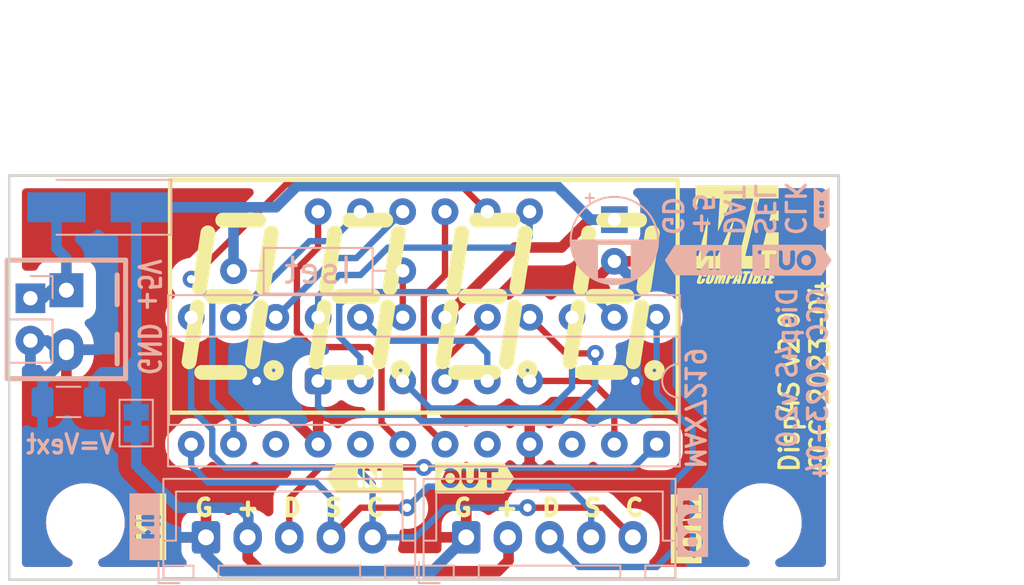
<source format=kicad_pcb>
(kicad_pcb (version 20211014) (generator pcbnew)
  (title_block (title "FSP-M10 AutoPilot") (rev "v1.0"))
  (layers (0 "F.Cu" signal "Rame.Fronte") (31 "B.Cu" signal "Rame.Retro") (34 "B.Paste" user) (35 "F.Paste" user) (36 "B.SilkS" user "B.Silkscreen") (37 "F.SilkS" user "F.Silkscreen") (38 "B.Mask" user) (39 "F.Mask" user) (44 "Edge.Cuts" user))
  (net 0 "")
  (net 1 "/5V")
  (net 2 "/K01")
  (net 3 "/K02")
  (net 4 "/K03")
  (net 5 "/K04")
  (net 6 "/K05")
  (net 7 "/K06")
  (net 8 "/S0A")
  (net 9 "/S0B")
  (net 10 "/S0C")
  (net 11 "/S0D")
  (net 12 "/S0E")
  (net 13 "/S0F")
  (net 14 "/S0G")
  (net 15 "/S0dp")
  (net 16 "GND")
  (net 17 "Net-(D1-Pad2)")
  (net 18 "/K07")
  (net 19 "Net-(IC1-Pad18)")
  (net 20 "/K08")
  (net 21 "/Din")
  (net 22 "/Sel")
  (net 23 "/Clk")
  (net 24 "/DOut")
  (footprint "MountingHole:MountingHole_3.2mm_M3" (layer "F.Cu") (at 86.359998 48.895001 180)
    (fp_text reference "H1" hide)
    (fp_text value "CONN_1" hide)
    (pad "" np_thru_hole circle locked (at 0 0 180) (size 3.2 3.2) (drill 3.2) (layers *.Cu *.Mask))
  )
  (footprint "MountingHole:MountingHole_3.2mm_M3" (layer "F.Cu") (at 45.719998 48.895001 180)
    (fp_text reference "H2" hide)
    (fp_text value "CONN_1" hide)
    (pad "" np_thru_hole circle locked (at 0 0 180) (size 3.2 3.2) (drill 3.2) (layers *.Cu *.Mask))
  )
  (footprint "GCC_Display:Disp7s4x_036" (layer "F.Cu") (at 66.035 35.316)
    (fp_text reference "DP1" hide)
    (fp_text value "LEDDSP6_CK" hide)
    (pad "1" thru_hole roundrect (at -6.35 5.08 90) (size 1.6 1.6) (drill 0.8001) (layers *.Cu *.Mask) (net 12 "/S0E"))
    (pad "2" thru_hole oval (at -3.81 5.08 90) (size 1.6 1.6) (drill 0.8001) (layers *.Cu *.Mask) (net 11 "/S0D"))
    (pad "3" thru_hole oval (at -1.27 5.08 90) (size 1.6 1.6) (drill 0.8001) (layers *.Cu *.Mask) (net 15 "/S0dp"))
    (pad "4" thru_hole oval (at 1.27 5.08 90) (size 1.6 1.6) (drill 0.8001) (layers *.Cu *.Mask) (net 10 "/S0C"))
    (pad "5" thru_hole oval (at 3.81 5.08 90) (size 1.6 1.6) (drill 0.8001) (layers *.Cu *.Mask) (net 14 "/S0G"))
    (pad "6" thru_hole oval (at 6.35 5.08 90) (size 1.6 1.6) (drill 0.8001) (layers *.Cu *.Mask) (net 2 "/K01"))
    (pad "7" thru_hole oval (at 6.35 -5.08 90) (size 1.6 1.6) (drill 0.8001) (layers *.Cu *.Mask) (net 9 "/S0B"))
    (pad "8" thru_hole oval (at 3.81 -5.08 90) (size 1.6 1.6) (drill 0.8001) (layers *.Cu *.Mask) (net 3 "/K02"))
    (pad "9" thru_hole oval (at 1.27 -5.08 90) (size 1.6 1.6) (drill 0.8001) (layers *.Cu *.Mask) (net 4 "/K03"))
    (pad "10" thru_hole oval (at -1.27 -5.08 90) (size 1.6 1.6) (drill 0.8001) (layers *.Cu *.Mask) (net 13 "/S0F"))
    (pad "11" thru_hole oval (at -3.81 -5.08 90) (size 1.6 1.6) (drill 0.8001) (layers *.Cu *.Mask) (net 8 "/S0A"))
    (pad "12" thru_hole oval (at -6.34746 -5.08 90) (size 1.6 1.6) (drill 0.8001) (layers *.Cu *.Mask) (net 5 "/K04"))
  )
  (footprint "kibuzzard-643D9EA5" (layer "F.Cu") (at 62.484 46.228)
    (fp_text reference "kibuzzard-643D9EA5" hide)
    (fp_text value "G***" hide)
  )
  (footprint "GCC_Logos:MF_compatible_5x6mm" (layer "F.Cu") (at 84.836 31.623)
    (fp_text reference "G***")
    (fp_text value "LOGO" hide)
  )
  (footprint "kibuzzard-643DAD0B" (layer "F.Cu") (at 49.657 49.149 -90)
    (fp_text reference "kibuzzard-643DAD0B" hide)
    (fp_text value "G***" hide)
  )
  (footprint "kibuzzard-643DAD14" (layer "F.Cu") (at 81.788 49.276 -90)
    (fp_text reference "kibuzzard-643DAD14" hide)
    (fp_text value "G***" hide)
  )
  (footprint "kibuzzard-643D9E97" (layer "F.Cu") (at 69.088 46.228)
    (fp_text reference "kibuzzard-643D9E97" hide)
    (fp_text value "G***" hide)
  )
  (footprint "Resistor_THT:R_Axial_DIN0207_L6.3mm_D2.5mm_P10.16mm_Horizontal" (layer "B.Cu") (at 64.77 33.782 180)
    (fp_text reference "R1" hide)
    (fp_text value "Iset" (at 5.08 0) (layer "B.SilkS") (effects (font (size 1.5 1.5) (thickness 0.2)) (justify mirror)))
    (pad "1" thru_hole circle locked (at 0 0 180) (size 1.6 1.6) (drill 0.8) (layers *.Cu *.Mask) (net 19 "Net-(IC1-Pad18)"))
    (pad "2" thru_hole oval locked (at 10.16 0 180) (size 1.6 1.6) (drill 0.8) (layers *.Cu *.Mask) (net 1 "/5V"))
  )
  (footprint "Connector_PinHeader_2.54mm:PinHeader_1x02_P2.54mm_Vertical" (layer "B.Cu") (at 42.418 35.433 180)
    (fp_text reference "P1" hide)
    (fp_text value "PWR" hide)
    (pad "1" thru_hole rect locked (at 0 0 180) (size 1.778 1.778) (drill 0.8636) (layers *.Cu *.Mask) (net 17 "Net-(D1-Pad2)"))
    (pad "2" thru_hole oval locked (at 0 -2.54 180) (size 1.778 1.778) (drill 0.8636) (layers *.Cu *.Mask) (net 16 "GND"))
  )
  (footprint "Capacitor_THT:CP_Radial_D5.0mm_P2.50mm" (layer "B.Cu") (at 77.47 30.716776 -90)
    (fp_text reference "C1" hide)
    (fp_text value "100uF 16V")
    (pad "1" thru_hole rect (at 0 0 270) (size 1.6 1.6) (drill 0.8) (layers *.Cu *.Mask) (net 1 "/5V"))
    (pad "2" thru_hole circle (at 2.5 0 270) (size 1.6 1.6) (drill 0.8) (layers *.Cu *.Mask) (net 16 "GND"))
  )
  (footprint "Package_DIP:DIP-24_W7.62mm_Socket" (layer "B.Cu") (at 80.01 44.196 90)
    (fp_text reference "IC1" hide)
    (fp_text value "MAX7219CNG")
    (pad "1" thru_hole roundrect (at 0 0 90) (size 1.6 1.6) (drill 0.8) (layers *.Cu *.Mask) (net 21 "/Din"))
    (pad "2" thru_hole oval (at 0 -2.54 90) (size 1.6 1.6) (drill 0.8) (layers *.Cu *.Mask) (net 2 "/K01"))
    (pad "3" thru_hole oval (at 0 -5.08 90) (size 1.6 1.6) (drill 0.8) (layers *.Cu *.Mask) (net 6 "/K05"))
    (pad "4" thru_hole oval (at 0 -7.62 90) (size 1.6 1.6) (drill 0.8) (layers *.Cu *.Mask) (net 16 "GND"))
    (pad "5" thru_hole oval (at 0 -10.16 90) (size 1.6 1.6) (drill 0.8) (layers *.Cu *.Mask) (net 18 "/K07"))
    (pad "6" thru_hole oval (at 0 -12.7 90) (size 1.6 1.6) (drill 0.8) (layers *.Cu *.Mask) (net 4 "/K03"))
    (pad "7" thru_hole oval (at 0 -15.24 90) (size 1.6 1.6) (drill 0.8) (layers *.Cu *.Mask) (net 5 "/K04"))
    (pad "8" thru_hole oval (at 0 -17.78 90) (size 1.6 1.6) (drill 0.8) (layers *.Cu *.Mask) (net 20 "/K08"))
    (pad "9" thru_hole oval (at 0 -20.32 90) (size 1.6 1.6) (drill 0.8) (layers *.Cu *.Mask) (net 16 "GND"))
    (pad "10" thru_hole oval (at 0 -22.86 90) (size 1.6 1.6) (drill 0.8) (layers *.Cu *.Mask) (net 7 "/K06"))
    (pad "11" thru_hole oval (at 0 -25.4 90) (size 1.6 1.6) (drill 0.8) (layers *.Cu *.Mask) (net 3 "/K02"))
    (pad "12" thru_hole oval (at 0 -27.94 90) (size 1.6 1.6) (drill 0.8) (layers *.Cu *.Mask) (net 22 "/Sel"))
    (pad "13" thru_hole oval (at 7.62 -27.94 90) (size 1.6 1.6) (drill 0.8) (layers *.Cu *.Mask) (net 23 "/Clk"))
    (pad "14" thru_hole oval (at 7.62 -25.4 90) (size 1.6 1.6) (drill 0.8) (layers *.Cu *.Mask) (net 8 "/S0A"))
    (pad "15" thru_hole oval (at 7.62 -22.86 90) (size 1.6 1.6) (drill 0.8) (layers *.Cu *.Mask) (net 13 "/S0F"))
    (pad "16" thru_hole oval (at 7.62 -20.32 90) (size 1.6 1.6) (drill 0.8) (layers *.Cu *.Mask) (net 9 "/S0B"))
    (pad "17" thru_hole oval (at 7.62 -17.78 90) (size 1.6 1.6) (drill 0.8) (layers *.Cu *.Mask) (net 14 "/S0G"))
    (pad "18" thru_hole oval (at 7.62 -15.24 90) (size 1.6 1.6) (drill 0.8) (layers *.Cu *.Mask) (net 19 "Net-(IC1-Pad18)"))
    (pad "19" thru_hole oval (at 7.62 -12.7 90) (size 1.6 1.6) (drill 0.8) (layers *.Cu *.Mask) (net 1 "/5V"))
    (pad "20" thru_hole oval (at 7.62 -10.16 90) (size 1.6 1.6) (drill 0.8) (layers *.Cu *.Mask) (net 10 "/S0C"))
    (pad "21" thru_hole oval (at 7.62 -7.62 90) (size 1.6 1.6) (drill 0.8) (layers *.Cu *.Mask) (net 12 "/S0E"))
    (pad "22" thru_hole oval (at 7.62 -5.08 90) (size 1.6 1.6) (drill 0.8) (layers *.Cu *.Mask) (net 15 "/S0dp"))
    (pad "23" thru_hole oval (at 7.62 -2.54 90) (size 1.6 1.6) (drill 0.8) (layers *.Cu *.Mask) (net 11 "/S0D"))
    (pad "24" thru_hole oval (at 7.62 0 90) (size 1.6 1.6) (drill 0.8) (layers *.Cu *.Mask) (net 24 "/DOut"))
  )
  (footprint "Diode_SMD:D_SMA_Handsoldering" (layer "B.Cu") (at 46.482 29.972 180)
    (fp_text reference "D1" hide)
    (fp_text value "1N5819" hide)
    (pad "1" smd rect locked (at -2.5 0 180) (size 3.5 1.8) (layers "B.Cu" "B.Paste" "B.Mask") (net 1 "/5V"))
    (pad "2" smd rect locked (at 2.5 0 180) (size 3.5 1.8) (layers "B.Cu" "B.Paste" "B.Mask") (net 17 "Net-(D1-Pad2)"))
  )
  (footprint "Capacitor_SMD:C_1206_3216Metric_Pad1.33x1.80mm_HandSolder" (layer "B.Cu") (at 44.704 41.656 180)
    (fp_text reference "C2" hide)
    (fp_text value "100nF" hide)
    (pad "1" smd roundrect locked (at -1.5625 0 180) (size 1.325 1.8) (layers "B.Cu" "B.Paste" "B.Mask") (roundrect_rratio 0.1886792453) (net 1 "/5V"))
    (pad "2" smd roundrect locked (at 1.5625 0 180) (size 1.325 1.8) (layers "B.Cu" "B.Paste" "B.Mask") (roundrect_rratio 0.1886792453) (net 16 "GND"))
  )
  (footprint "Jumper:SolderJumper-2_P1.3mm_Bridged_Pad1.0x1.5mm" (layer "B.Cu") (at 48.768 42.926 90)
    (fp_text reference "JP1" hide)
    (fp_text value "5V line")
    (fp_poly (pts (xy -0.25 0.3) (xy 0.25 0.3) (xy 0.25 -0.3) (xy -0.25 -0.3)) (layer "B.Cu") (width 0) (fill solid))
    (pad "1" smd rect (at -0.65 0 90) (size 1 1.5) (layers "B.Cu" "B.Mask") (net 1 "/5V"))
    (pad "2" smd rect (at 0.65 0 90) (size 1 1.5) (layers "B.Cu" "B.Mask") (net 1 "/5V"))
  )
  (footprint "GCC_Headers:HDR2-3.50+3.81mm" (layer "B.Cu") (at 44.577 36.703 -90)
    (fp_text reference "P11" hide)
    (fp_text value "PWR" hide)
    (pad "1" thru_hole rect (at -1.7526 0 270) (size 2.032 2.032) (drill 0.9) (layers *.Cu *.Mask) (net 17 "Net-(D1-Pad2)"))
    (pad "2" thru_hole oval (at 1.82 0 270) (size 2.54 2.032) (drill oval 1.25 0.9) (layers *.Cu *.Mask) (net 16 "GND"))
  )
  (footprint "kibuzzard-6403BB05" (layer "B.Cu") (at 89.916 30.099 90)
    (fp_text reference "kibuzzard-6403BB05" hide)
    (fp_text value "G***" hide)
  )
  (footprint "kibuzzard-6405E14C" (layer "B.Cu") (at 82.804 33.147 180)
    (fp_text reference "kibuzzard-6405E14C" hide)
    (fp_text value "G***" hide)
  )
  (footprint "Connector_JST:JST_XH_B5B-XH-A_1x05_P2.50mm_Vertical" (layer "B.Cu") (at 52.959 49.784)
    (fp_text reference "P2" hide)
    (fp_text value "DataIn")
    (pad "1" thru_hole roundrect locked (at 0 0) (size 1.7 1.95) (drill 0.95) (layers F&B.Cu *.Mask) (roundrect_rratio 0.1470588235) (net 16 "GND"))
    (pad "2" thru_hole oval locked (at 2.5 0) (size 1.7 1.95) (drill 0.95) (layers F&B.Cu *.Mask) (net 1 "/5V"))
    (pad "3" thru_hole oval locked (at 5 0) (size 1.7 1.95) (drill 0.95) (layers F&B.Cu *.Mask) (net 21 "/Din"))
    (pad "4" thru_hole oval locked (at 7.5 0) (size 1.7 1.95) (drill 0.95) (layers F&B.Cu *.Mask) (net 22 "/Sel"))
    (pad "5" thru_hole oval locked (at 10 0) (size 1.7 1.95) (drill 0.95) (layers F&B.Cu *.Mask) (net 23 "/Clk"))
  )
  (footprint "kibuzzard-643DAD14" (layer "B.Cu") (at 82.169 48.895 90)
    (fp_text reference "kibuzzard-643DAD14" hide)
    (fp_text value "G***" hide)
  )
  (footprint "kibuzzard-643DAD66" (layer "B.Cu") (at 49.276 49.149 -90)
    (fp_text reference "kibuzzard-643DAD66" hide)
    (fp_text value "G***" hide)
  )
  (footprint "kibuzzard-6405E146" (layer "B.Cu") (at 88.138 33.147 180)
    (fp_text reference "kibuzzard-6405E146" hide)
    (fp_text value "G***" hide)
  )
  (footprint "Connector_JST:JST_XH_B5B-XH-A_1x05_P2.50mm_Vertical" (layer "B.Cu") (at 68.58 49.784)
    (fp_text reference "P3" hide)
    (fp_text value "DataOut")
    (pad "1" thru_hole roundrect locked (at 0 0) (size 1.7 1.95) (drill 0.95) (layers F&B.Cu *.Mask) (roundrect_rratio 0.1470588235) (net 16 "GND"))
    (pad "2" thru_hole oval locked (at 2.5 0) (size 1.7 1.95) (drill 0.95) (layers F&B.Cu *.Mask) (net 1 "/5V"))
    (pad "3" thru_hole oval locked (at 5 0) (size 1.7 1.95) (drill 0.95) (layers F&B.Cu *.Mask) (net 24 "/DOut"))
    (pad "4" thru_hole oval locked (at 7.5 0) (size 1.7 1.95) (drill 0.95) (layers F&B.Cu *.Mask) (net 22 "/Sel"))
    (pad "5" thru_hole oval locked (at 10 0) (size 1.7 1.95) (drill 0.95) (layers F&B.Cu *.Mask) (net 23 "/Clk"))
  )
  (gr_line (start 41.148 28.067001) (end 41.148 52.324001) (layer "B.SilkS") (width 0.14986))
  (gr_line (start 90.931996 28.067001) (end 41.147996 28.067001) (layer "B.SilkS") (width 0.14986))
  (gr_line (start 90.931996 52.324001) (end 90.931996 28.067001) (layer "B.SilkS") (width 0.14986))
  (gr_line (start 41.147996 52.324001) (end 90.931996 52.324001) (layer "B.SilkS") (width 0.14986))
  (gr_line (start 41.147996 52.324001) (end 41.147996 28.067001) (layer "F.SilkS") (width 0.14986))
  (gr_line (start 90.931996 28.067001) (end 90.931996 52.324001) (layer "F.SilkS") (width 0.14986))
  (gr_line (start 41.147996 28.067001) (end 90.931996 28.067001) (layer "F.SilkS") (width 0.14986))
  (gr_line (start 90.931996 52.324001) (end 41.147996 52.324001) (layer "F.SilkS") (width 0.14986))
  (gr_line (start 90.932 52.324) (end 41.148 52.324) (layer "Edge.Cuts") (width 0.14986))
  (gr_line (start 41.148 28.067) (end 90.932 28.067) (layer "Edge.Cuts") (width 0.14986))
  (gr_line (start 90.932 28.067) (end 90.932 52.324) (layer "Edge.Cuts") (width 0.14986))
  (gr_line (start 41.148 52.324) (end 41.148 28.067) (layer "Edge.Cuts") (width 0.14986))
  (gr_text "MAX7219" (at 82.296 42.037 270) (layer "B.SilkS") (effects (font (size 1.143 1.0668) (thickness 0.2032)) (justify mirror)))
  (gr_text "Disp4S v2.0\nGCC 2023-04 " (at 88.773 34.671 90) (layer "B.SilkS") (effects (font (size 1.143 1.0668) (thickness 0.2032)) (justify left mirror)))
  (gr_text "GND" (at 49.53 38.481 270) (layer "B.SilkS") (effects (font (size 1.27 1.016) (thickness 0.2032)) (justify mirror)))
  (gr_text "CLK\nSEL\nDAT\n+5\nGD" (at 84.6328 31.7754 270) (layer "B.SilkS") (effects (font (size 1.143 1.143) (thickness 0.2032)) (justify left mirror)))
  (gr_text "+5V" (at 49.53 34.671 270) (layer "B.SilkS") (effects (font (size 1.27 1.016) (thickness 0.2032)) (justify mirror)))
  (gr_text "V=Vext" (at 44.831 44.196) (layer "B.SilkS") (effects (font (size 1.143 1.016) (thickness 0.2032)) (justify mirror)))
  (gr_text "Disp4S v2.0\nGCC 2023-04" (at 88.9 45.974 90) (layer "F.SilkS") (effects (font (size 1.143 1.0668) (thickness 0.2032)) (justify left)))
  (gr_text "G  +  D  S  C" (at 67.7164 48.006) (layer "F.SilkS") (effects (font (size 1 1) (thickness 0.25)) (justify left)))
  (gr_text "G  +  D  S  C" (at 52.1716 48.006) (layer "F.SilkS") (effects (font (size 1 1) (thickness 0.25)) (justify left)))
  (segment (start 55.459 49.784) (end 55.459 51.014) (width 0.635) (layer "F.Cu") (net 1))
  (segment (start 56.261 51.816) (end 70.485 51.816) (width 0.635) (layer "F.Cu") (net 1))
  (segment (start 71.12 51.181) (end 71.12 49.824) (width 0.635) (layer "F.Cu") (net 1))
  (segment (start 74.295 32.385) (end 75.963224 30.716776) (width 0.635) (layer "F.Cu") (net 1))
  (segment (start 67.31 36.576) (end 71.501 32.385) (width 0.635) (layer "F.Cu") (net 1))
  (segment (start 71.501 32.385) (end 74.295 32.385) (width 0.635) (layer "F.Cu") (net 1))
  (segment (start 55.459 51.014) (end 56.261 51.816) (width 0.635) (layer "F.Cu") (net 1))
  (segment (start 75.963224 30.716776) (end 77.47 30.716776) (width 0.635) (layer "F.Cu") (net 1))
  (segment (start 70.485 51.816) (end 71.12 51.181) (width 0.635) (layer "F.Cu") (net 1))
  (segment (start 48.514 39.37) (end 48.768 39.37) (width 0.635) (layer "B.Cu") (net 1))
  (segment (start 48.768 43.576) (end 48.768 42.276) (width 0.635) (layer "B.Cu") (net 1))
  (segment (start 48.768 45.466) (end 51.308 48.006) (width 0.635) (layer "B.Cu") (net 1))
  (segment (start 48.006 39.878) (end 46.736 39.878) (width 0.635) (layer "B.Cu") (net 1))
  (segment (start 48.006 39.878) (end 48.514 39.37) (width 0.635) (layer "B.Cu") (net 1))
  (segment (start 55.372 29.972) (end 57.15 29.972) (width 0.635) (layer "B.Cu") (net 1))
  (segment (start 54.61 29.972) (end 54.61 30.734) (width 0.635) (layer "B.Cu") (net 1))
  (segment (start 48.768 45.466) (end 48.768 43.576) (width 0.635) (layer "B.Cu") (net 1))
  (segment (start 54.61 29.972) (end 55.372 29.972) (width 0.635) (layer "B.Cu") (net 1))
  (segment (start 48.514 39.37) (end 48.768 39.116) (width 0.635) (layer "B.Cu") (net 1))
  (segment (start 48.768 39.37) (end 48.768 38.989) (width 0.635) (layer "B.Cu") (net 1))
  (segment (start 48.768 38.989) (end 48.768 30.186) (width 0.635) (layer "B.Cu") (net 1))
  (segment (start 74.041 28.702) (end 76.055776 30.716776) (width 0.635) (layer "B.Cu") (net 1))
  (segment (start 53.848 29.972) (end 54.61 30.734) (width 0.635) (layer "B.Cu") (net 1))
  (segment (start 48.768 40.64) (end 48.006 39.878) (width 0.635) (layer "B.Cu") (net 1))
  (segment (start 54.991 48.006) (end 55.499 48.514) (width 0.635) (layer "B.Cu") (net 1))
  (segment (start 76.055776 30.716776) (end 77.47 30.716776) (width 0.635) (layer "B.Cu") (net 1))
  (segment (start 54.61 30.734) (end 55.372 29.972) (width 0.635) (layer "B.Cu") (net 1))
  (segment (start 46.228 40.386) (end 46.228 41.6175) (width 0.635) (layer "B.Cu") (net 1))
  (segment (start 48.768 40.64) (end 48.768 42.276) (width 0.635) (layer "B.Cu") (net 1))
  (segment (start 53.594 29.972) (end 54.61 29.972) (width 0.635) (layer "B.Cu") (net 1))
  (segment (start 51.308 48.006) (end 54.991 48.006) (width 0.635) (layer "B.Cu") (net 1))
  (segment (start 48.768 39.37) (end 48.768 40.64) (width 0.635) (layer "B.Cu") (net 1))
  (segment (start 58.42 28.702) (end 74.041 28.702) (width 0.635) (layer "B.Cu") (net 1))
  (segment (start 55.499 48.514) (end 55.499 49.744) (width 0.635) (layer "B.Cu") (net 1))
  (segment (start 57.15 29.972) (end 58.42 28.702) (width 0.635) (layer "B.Cu") (net 1))
  (segment (start 46.736 39.878) (end 46.228 40.386) (width 0.635) (layer "B.Cu") (net 1))
  (segment (start 54.61 30.734) (end 54.61 33.782) (width 0.635) (layer "B.Cu") (net 1))
  (segment (start 48.982 29.972) (end 53.594 29.972) (width 0.635) (layer "B.Cu") (net 1))
  (segment (start 48.768 39.116) (end 48.768 38.989) (width 0.635) (layer "B.Cu") (net 1))
  (segment (start 53.594 29.972) (end 53.848 29.972) (width 0.635) (layer "B.Cu") (net 1))
  (segment (start 76.068 40.396) (end 77.47 41.798) (width 0.381) (layer "F.Cu") (net 2))
  (segment (start 77.47 41.798) (end 77.47 44.196) (width 0.381) (layer "F.Cu") (net 2))
  (segment (start 72.385 40.396) (end 76.068 40.396) (width 0.381) (layer "F.Cu") (net 2))
  (segment (start 57.7775 28.5825) (end 52.07 34.29) (width 0.381) (layer "F.Cu") (net 3))
  (segment (start 68.1915 28.5825) (end 57.7775 28.5825) (width 0.381) (layer "F.Cu") (net 3))
  (segment (start 69.845 30.236) (end 68.1915 28.5825) (width 0.381) (layer "F.Cu") (net 3))
  (via (at 52.07 34.29) (size 1.016) (drill 0.508) (layers "F.Cu" "B.Cu") (net 3))
  (segment (start 54.61 44.196) (end 54.61 42.814) (width 0.381) (layer "B.Cu") (net 3))
  (segment (start 53.335 35.555) (end 52.07 34.29) (width 0.381) (layer "B.Cu") (net 3))
  (segment (start 54.61 42.814) (end 53.335 41.539) (width 0.381) (layer "B.Cu") (net 3))
  (segment (start 53.335 41.539) (end 53.335 35.555) (width 0.381) (layer "B.Cu") (net 3))
  (segment (start 67.305 34.041) (end 66.035 35.311) (width 0.381) (layer "F.Cu") (net 4))
  (segment (start 66.035 35.311) (end 66.035 42.936) (width 0.381) (layer "F.Cu") (net 4))
  (segment (start 67.305 30.236) (end 67.305 34.041) (width 0.381) (layer "F.Cu") (net 4))
  (segment (start 66.035 42.936) (end 67.295 44.196) (width 0.381) (layer "F.Cu") (net 4))
  (segment (start 59.68754 30.236) (end 59.68754 32.39246) (width 0.381) (layer "F.Cu") (net 5))
  (segment (start 58.415 37.475) (end 59.304 38.364) (width 0.381) (layer "F.Cu") (net 5))
  (segment (start 63.495 39.126) (end 63.495 42.921) (width 0.381) (layer "F.Cu") (net 5))
  (segment (start 62.733 38.364) (end 63.495 39.126) (width 0.381) (layer "F.Cu") (net 5))
  (segment (start 58.415 33.665) (end 58.415 37.475) (width 0.381) (layer "F.Cu") (net 5))
  (segment (start 59.68754 32.39246) (end 58.415 33.665) (width 0.381) (layer "F.Cu") (net 5))
  (segment (start 63.495 42.921) (end 64.77 44.196) (width 0.381) (layer "F.Cu") (net 5))
  (segment (start 59.304 38.364) (end 62.733 38.364) (width 0.381) (layer "F.Cu") (net 5))
  (segment (start 59.182 32.004) (end 60.457 32.004) (width 0.381) (layer "B.Cu") (net 8))
  (segment (start 60.457 32.004) (end 62.225 30.236) (width 0.381) (layer "B.Cu") (net 8))
  (segment (start 54.61 36.576) (end 59.182 32.004) (width 0.381) (layer "B.Cu") (net 8))
  (segment (start 63.871 32.395) (end 62.23 34.036) (width 0.381) (layer "B.Cu") (net 9))
  (segment (start 63.871 32.395) (end 71.75 32.395) (width 0.381) (layer "B.Cu") (net 9))
  (segment (start 62.23 34.036) (end 60.96 34.036) (width 0.381) (layer "B.Cu") (net 9))
  (segment (start 72.385 31.76) (end 72.385 30.236) (width 0.381) (layer "B.Cu") (net 9))
  (segment (start 60.96 34.036) (end 59.69 35.306) (width 0.381) (layer "B.Cu") (net 9))
  (segment (start 59.69 35.306) (end 59.69 36.576) (width 0.381) (layer "B.Cu") (net 9))
  (segment (start 71.75 32.395) (end 72.385 31.76) (width 0.381) (layer "B.Cu") (net 9))
  (segment (start 67.305 40.396) (end 67.305 39.121) (width 0.381) (layer "F.Cu") (net 10))
  (segment (start 67.305 39.121) (end 69.85 36.576) (width 0.381) (layer "F.Cu") (net 10))
  (segment (start 60.955 37.729) (end 60.955 35.824) (width 0.381) (layer "B.Cu") (net 11))
  (segment (start 60.955 35.824) (end 61.717 35.062) (width 0.381) (layer "B.Cu") (net 11))
  (segment (start 62.225 38.999) (end 60.955 37.729) (width 0.381) (layer "B.Cu") (net 11))
  (segment (start 61.717 35.062) (end 75.956 35.062) (width 0.381) (layer "B.Cu") (net 11))
  (segment (start 62.225 40.396) (end 62.225 38.999) (width 0.381) (layer "B.Cu") (net 11))
  (segment (start 75.956 35.062) (end 77.47 36.576) (width 0.381) (layer "B.Cu") (net 11))
  (segment (start 76.322 38.745) (end 74.559 38.745) (width 0.381) (layer "F.Cu") (net 12))
  (segment (start 74.559 38.745) (end 72.39 36.576) (width 0.381) (layer "F.Cu") (net 12))
  (via (at 76.322 38.745) (size 1.016) (drill 0.508) (layers "F.Cu" "B.Cu") (net 12))
  (segment (start 74.29 42.809) (end 76.322 40.777) (width 0.381) (layer "B.Cu") (net 12))
  (segment (start 59.685 41.92) (end 60.193 42.428) (width 0.381) (layer "B.Cu") (net 12))
  (segment (start 59.685 40.396) (end 59.685 41.92) (width 0.381) (layer "B.Cu") (net 12))
  (segment (start 65.908 42.809) (end 74.29 42.809) (width 0.381) (layer "B.Cu") (net 12))
  (segment (start 60.193 42.428) (end 65.527 42.428) (width 0.381) (layer "B.Cu") (net 12))
  (segment (start 76.322 40.777) (end 76.322 38.745) (width 0.381) (layer "B.Cu") (net 12))
  (segment (start 65.527 42.428) (end 65.908 42.809) (width 0.381) (layer "B.Cu") (net 12))
  (segment (start 57.15 36.576) (end 60.706 33.02) (width 0.381) (layer "B.Cu") (net 13))
  (segment (start 60.706 33.02) (end 61.981 33.02) (width 0.381) (layer "B.Cu") (net 13))
  (segment (start 61.981 33.02) (end 64.765 30.236) (width 0.381) (layer "B.Cu") (net 13))
  (segment (start 62.23 36.591) (end 63.622 37.983) (width 0.381) (layer "B.Cu") (net 14))
  (segment (start 69.845 38.745) (end 69.845 40.396) (width 0.381) (layer "B.Cu") (net 14))
  (segment (start 69.083 37.983) (end 69.845 38.745) (width 0.381) (layer "B.Cu") (net 14))
  (segment (start 63.622 37.983) (end 69.083 37.983) (width 0.381) (layer "B.Cu") (net 14))
  (segment (start 73.655 42.047) (end 74.93 40.772) (width 0.381) (layer "B.Cu") (net 15))
  (segment (start 64.765 40.396) (end 66.416 42.047) (width 0.381) (layer "B.Cu") (net 15))
  (segment (start 74.93 40.772) (end 74.93 36.576) (width 0.381) (layer "B.Cu") (net 15))
  (segment (start 66.416 42.047) (end 73.655 42.047) (width 0.381) (layer "B.Cu") (net 15))
  (segment (start 49.9745 48.5775) (end 49.9745 43.8785) (width 0.635) (layer "F.Cu") (net 16))
  (segment (start 51.181 41.656) (end 51.181 42.672) (width 0.635) (layer "F.Cu") (net 16))
  (segment (start 51.181 42.672) (end 51.679 42.174) (width 0.635) (layer "F.Cu") (net 16))
  (segment (start 71.6355 46.1085) (end 72.39 45.354) (width 0.635) (layer "F.Cu") (net 16))
  (segment (start 51.181 49.784) (end 49.9745 48.5775) (width 0.635) (layer "F.Cu") (net 16))
  (segment (start 68.58 47.371) (end 69.8425 46.1085) (width 0.635) (layer "F.Cu") (net 16))
  (segment (start 48.048 38.523) (end 51.181 41.656) (width 0.635) (layer "F.Cu") (net 16))
  (segment (start 82.931 36.068) (end 80.079776 33.216776) (width 0.635) (layer "F.Cu") (net 16))
  (segment (start 82.931 44.196) (end 82.931 36.068) (width 0.635) (layer "F.Cu") (net 16))
  (segment (start 51.181 41.656) (end 51.3715 41.8465) (width 0.635) (layer "F.Cu") (net 16))
  (segment (start 59.69 44.196) (end 57.668 42.174) (width 0.635) (layer "F.Cu") (net 16))
  (segment (start 44.577 38.523) (end 48.048 38.523) (width 0.635) (layer "F.Cu") (net 16))
  (segment (start 80.079776 33.216776) (end 77.47 33.216776) (width 0.635) (layer "F.Cu") (net 16))
  (segment (start 51.699 42.174) (end 51.3715 41.8465) (width 0.635) (layer "F.Cu") (net 16))
  (segment (start 72.39 45.354) (end 72.405 45.354) (width 0.635) (layer "F.Cu") (net 16))
  (segment (start 73.152 46.101) (end 81.026 46.101) (width 0.635) (layer "F.Cu") (net 16))
  (segment (start 68.58 49.784) (end 68.58 47.371) (width 0.635) (layer "F.Cu") (net 16))
  (segment (start 49.9745 43.8785) (end 51.181 42.672) (width 0.635) (layer "F.Cu") (net 16))
  (segment (start 72.39 44.196) (end 72.39 45.354) (width 0.635) (layer "F.Cu") (net 16))
  (segment (start 52.959 49.784) (end 51.181 49.784) (width 0.635) (layer "F.Cu") (net 16))
  (segment (start 81.026 46.101) (end 82.931 44.196) (width 0.635) (layer "F.Cu") (net 16))
  (segment (start 72.405 45.354) (end 73.152 46.101) (width 0.635) (layer "F.Cu") (net 16))
  (segment (start 57.668 42.174) (end 51.699 42.174) (width 0.635) (layer "F.Cu") (net 16))
  (segment (start 69.8425 46.1085) (end 71.6355 46.1085) (width 0.635) (layer "F.Cu") (net 16))
  (segment (start 51.679 42.174) (end 51.699 42.174) (width 0.635) (layer "F.Cu") (net 16))
  (via (at 56.002 40.396) (size 1.016) (drill 0.508) (layers "F.Cu" "B.Cu") (net 16))
  (via (at 78.735 40.396) (size 1.016) (drill 0.508) (layers "F.Cu" "B.Cu") (net 16))
  (segment (start 52.959 49.784) (end 52.959 50.8) (width 0.635) (layer "B.Cu") (net 16))
  (segment (start 53.975 51.816) (end 66.548 51.816) (width 0.635) (layer "B.Cu") (net 16))
  (segment (start 43.984 38.523) (end 43.434 37.973) (width 0.635) (layer "B.Cu") (net 16))
  (segment (start 43.434 37.973) (end 42.418 37.973) (width 0.635) (layer "B.Cu") (net 16))
  (segment (start 52.959 50.8) (end 53.975 51.816) (width 0.635) (layer "B.Cu") (net 16))
  (segment (start 44.577 38.989) (end 43.1415 40.4245) (width 0.635) (layer "B.Cu") (net 16))
  (segment (start 66.548 51.816) (end 68.58 49.784) (width 0.635) (layer "B.Cu") (net 16))
  (segment (start 43.1415 40.4245) (end 43.1415 41.656) (width 0.635) (layer "B.Cu") (net 16))
  (segment (start 44.577 33.02) (end 44.577 34.9504) (width 0.635) (layer "B.Cu") (net 17))
  (segment (start 43.18 35.433) (end 43.6626 34.9504) (width 0.635) (layer "B.Cu") (net 17))
  (segment (start 43.6626 34.9504) (end 44.577 34.9504) (width 0.635) (layer "B.Cu") (net 17))
  (segment (start 43.982 29.972) (end 43.982 32.425) (width 0.635) (layer "B.Cu") (net 17))
  (segment (start 42.418 35.433) (end 43.18 35.433) (width 0.635) (layer "B.Cu") (net 17))
  (segment (start 43.982 32.425) (end 44.577 33.02) (width 0.635) (layer "B.Cu") (net 17))
  (segment (start 64.77 36.576) (end 64.77 33.782) (width 0.381) (layer "F.Cu") (net 19))
  (segment (start 66.04 45.593) (end 59.817 45.593) (width 0.381) (layer "F.Cu") (net 21))
  (segment (start 59.817 45.593) (end 57.959 47.451) (width 0.381) (layer "F.Cu") (net 21))
  (segment (start 57.959 47.451) (end 57.959 49.784) (width 0.381) (layer "F.Cu") (net 21))
  (via (at 66.04 45.593) (size 1.016) (drill 0.508) (layers "F.Cu" "B.Cu") (net 21))
  (segment (start 78.603 45.603) (end 80.01 44.196) (width 0.381) (layer "B.Cu") (net 21))
  (segment (start 66.05 45.603) (end 78.603 45.603) (width 0.381) (layer "B.Cu") (net 21))
  (segment (start 66.05 45.603) (end 66.04 45.593) (width 0.381) (layer "B.Cu") (net 21))
  (segment (start 62.237 48.006) (end 60.459 49.784) (width 0.381) (layer "F.Cu") (net 22))
  (segment (start 65.024 48.006) (end 62.237 48.006) (width 0.381) (layer "F.Cu") (net 22))
  (via (at 65.024 48.006) (size 1.016) (drill 0.508) (layers "F.Cu" "B.Cu") (net 22))
  (segment (start 53.086 46.482) (end 59.563 46.482) (width 0.381) (layer "B.Cu") (net 22))
  (segment (start 66.294 46.736) (end 74.676 46.736) (width 0.381) (layer "B.Cu") (net 22))
  (segment (start 52.07 44.196) (end 52.07 45.481) (width 0.381) (layer "B.Cu") (net 22))
  (segment (start 59.563 46.482) (end 60.459 47.378) (width 0.381) (layer "B.Cu") (net 22))
  (segment (start 76.08 49.784) (end 76.08 48.14) (width 0.381) (layer "B.Cu") (net 22))
  (segment (start 52.07 45.481) (end 53.0785 46.4895) (width 0.381) (layer "B.Cu") (net 22))
  (segment (start 74.676 46.736) (end 76.08 48.14) (width 0.381) (layer "B.Cu") (net 22))
  (segment (start 60.459 47.378) (end 60.459 49.784) (width 0.381) (layer "B.Cu") (net 22))
  (segment (start 53.0785 46.4895) (end 53.086 46.482) (width 0.381) (layer "B.Cu") (net 22))
  (segment (start 66.294 46.736) (end 65.024 48.006) (width 0.381) (layer "B.Cu") (net 22))
  (segment (start 72.263 48.006) (end 76.802 48.006) (width 0.381) (layer "F.Cu") (net 23))
  (segment (start 76.802 48.006) (end 78.58 49.784) (width 0.381) (layer "F.Cu") (net 23))
  (via (at 72.263 48.006) (size 1.016) (drill 0.508) (layers "F.Cu" "B.Cu") (net 23))
  (segment (start 52.07 38.115) (end 52.065 38.12) (width 0.381) (layer "B.Cu") (net 23))
  (segment (start 67.31 48.006) (end 72.263 48.006) (width 0.381) (layer "B.Cu") (net 23))
  (segment (start 52.07 36.576) (end 52.07 38.115) (width 0.381) (layer "B.Cu") (net 23))
  (segment (start 53.335 44.826) (end 54.102 45.593) (width 0.381) (layer "B.Cu") (net 23))
  (segment (start 52.065 38.12) (end 52.065 42.047) (width 0.381) (layer "B.Cu") (net 23))
  (segment (start 62.959 46.576) (end 62.959 49.784) (width 0.381) (layer "B.Cu") (net 23))
  (segment (start 65.532 49.784) (end 67.31 48.006) (width 0.381) (layer "B.Cu") (net 23))
  (segment (start 52.065 42.047) (end 53.335 43.317) (width 0.381) (layer "B.Cu") (net 23))
  (segment (start 54.102 45.593) (end 61.976 45.593) (width 0.381) (layer "B.Cu") (net 23))
  (segment (start 61.976 45.593) (end 62.959 46.576) (width 0.381) (layer "B.Cu") (net 23))
  (segment (start 53.335 43.317) (end 53.335 44.826) (width 0.381) (layer "B.Cu") (net 23))
  (segment (start 62.959 49.784) (end 65.532 49.784) (width 0.381) (layer "B.Cu") (net 23))
  (segment (start 80.01 41.163) (end 80.01 36.576) (width 0.381) (layer "B.Cu") (net 24))
  (segment (start 80.01 51.562) (end 75.358 51.562) (width 0.381) (layer "B.Cu") (net 24))
  (segment (start 81.021 46.492) (end 82.164 45.349) (width 0.381) (layer "B.Cu") (net 24))
  (segment (start 81.021 50.551) (end 80.01 51.562) (width 0.381) (layer "B.Cu") (net 24))
  (segment (start 75.358 51.562) (end 73.58 49.784) (width 0.381) (layer "B.Cu") (net 24))
  (segment (start 82.164 45.349) (end 82.164 43.317) (width 0.381) (layer "B.Cu") (net 24))
  (segment (start 82.164 43.317) (end 80.01 41.163) (width 0.381) (layer "B.Cu") (net 24))
  (segment (start 81.021 46.492) (end 81.021 50.551) (width 0.381) (layer "B.Cu") (net 24))
  (zone (net 16) (net_name "GND") (layer "F.Cu") (connect_pads (clearance 0.762)) (min_thickness 0.508) (fill yes (thermal_gap 0.635) (thermal_bridge_width 0.635))
    (polygon (pts (xy 90.931998 52.324002) (xy 41.147998 52.324) (xy 41.147999 28.067) (xy 90.931997 28.067002)))
  )
  (zone (net 16) (net_name "GND") (layer "B.Cu") (connect_pads (clearance 0.762)) (min_thickness 0.508) (fill yes (thermal_gap 0.635) (thermal_bridge_width 0.635))
    (polygon (pts (xy 90.931998 28.067002) (xy 41.148 28.067) (xy 41.147998 52.324) (xy 90.931998 52.324002)))
  )
)
</source>
